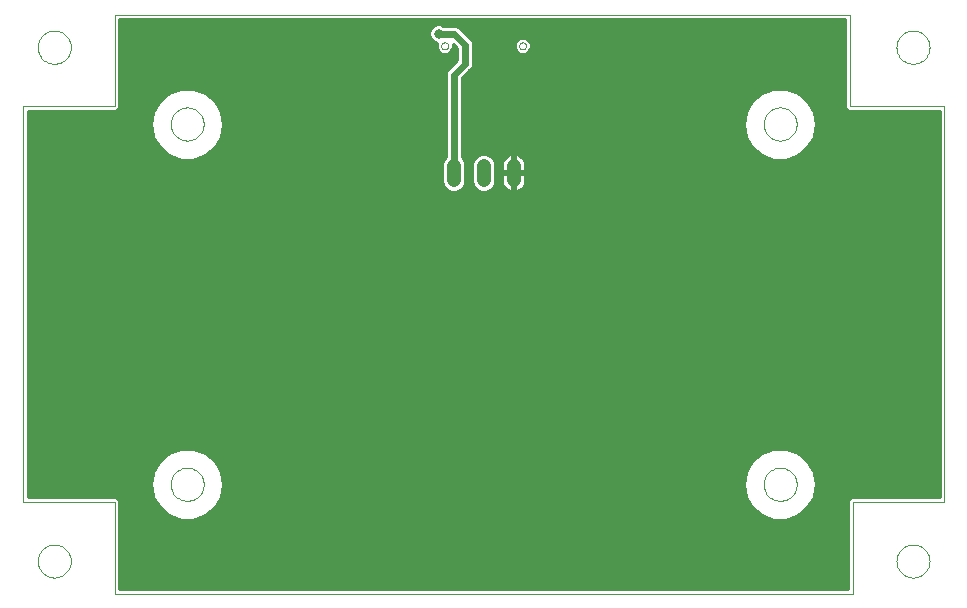
<source format=gtl>
G75*
G70*
%OFA0B0*%
%FSLAX24Y24*%
%IPPOS*%
%LPD*%
%AMOC8*
5,1,8,0,0,1.08239X$1,22.5*
%
%ADD10C,0.0000*%
%ADD11C,0.0480*%
%ADD12C,0.0100*%
%ADD13C,0.0317*%
%ADD14C,0.0240*%
D10*
X000780Y001331D02*
X000782Y001378D01*
X000788Y001424D01*
X000798Y001470D01*
X000811Y001515D01*
X000829Y001558D01*
X000850Y001600D01*
X000874Y001640D01*
X000902Y001677D01*
X000933Y001712D01*
X000967Y001745D01*
X001003Y001774D01*
X001042Y001800D01*
X001083Y001823D01*
X001126Y001842D01*
X001170Y001858D01*
X001215Y001870D01*
X001261Y001878D01*
X001308Y001882D01*
X001354Y001882D01*
X001401Y001878D01*
X001447Y001870D01*
X001492Y001858D01*
X001536Y001842D01*
X001579Y001823D01*
X001620Y001800D01*
X001659Y001774D01*
X001695Y001745D01*
X001729Y001712D01*
X001760Y001677D01*
X001788Y001640D01*
X001812Y001600D01*
X001833Y001558D01*
X001851Y001515D01*
X001864Y001470D01*
X001874Y001424D01*
X001880Y001378D01*
X001882Y001331D01*
X001880Y001284D01*
X001874Y001238D01*
X001864Y001192D01*
X001851Y001147D01*
X001833Y001104D01*
X001812Y001062D01*
X001788Y001022D01*
X001760Y000985D01*
X001729Y000950D01*
X001695Y000917D01*
X001659Y000888D01*
X001620Y000862D01*
X001579Y000839D01*
X001536Y000820D01*
X001492Y000804D01*
X001447Y000792D01*
X001401Y000784D01*
X001354Y000780D01*
X001308Y000780D01*
X001261Y000784D01*
X001215Y000792D01*
X001170Y000804D01*
X001126Y000820D01*
X001083Y000839D01*
X001042Y000862D01*
X001003Y000888D01*
X000967Y000917D01*
X000933Y000950D01*
X000902Y000985D01*
X000874Y001022D01*
X000850Y001062D01*
X000829Y001104D01*
X000811Y001147D01*
X000798Y001192D01*
X000788Y001238D01*
X000782Y001284D01*
X000780Y001331D01*
X003339Y000248D02*
X003339Y003300D01*
X000288Y003300D01*
X000288Y016489D01*
X003339Y016489D01*
X003339Y019540D01*
X027847Y019540D01*
X027847Y016489D01*
X030996Y016489D01*
X030996Y003300D01*
X027945Y003300D01*
X027945Y000248D01*
X003339Y000248D01*
X005209Y003890D02*
X005211Y003937D01*
X005217Y003983D01*
X005227Y004029D01*
X005240Y004074D01*
X005258Y004117D01*
X005279Y004159D01*
X005303Y004199D01*
X005331Y004236D01*
X005362Y004271D01*
X005396Y004304D01*
X005432Y004333D01*
X005471Y004359D01*
X005512Y004382D01*
X005555Y004401D01*
X005599Y004417D01*
X005644Y004429D01*
X005690Y004437D01*
X005737Y004441D01*
X005783Y004441D01*
X005830Y004437D01*
X005876Y004429D01*
X005921Y004417D01*
X005965Y004401D01*
X006008Y004382D01*
X006049Y004359D01*
X006088Y004333D01*
X006124Y004304D01*
X006158Y004271D01*
X006189Y004236D01*
X006217Y004199D01*
X006241Y004159D01*
X006262Y004117D01*
X006280Y004074D01*
X006293Y004029D01*
X006303Y003983D01*
X006309Y003937D01*
X006311Y003890D01*
X006309Y003843D01*
X006303Y003797D01*
X006293Y003751D01*
X006280Y003706D01*
X006262Y003663D01*
X006241Y003621D01*
X006217Y003581D01*
X006189Y003544D01*
X006158Y003509D01*
X006124Y003476D01*
X006088Y003447D01*
X006049Y003421D01*
X006008Y003398D01*
X005965Y003379D01*
X005921Y003363D01*
X005876Y003351D01*
X005830Y003343D01*
X005783Y003339D01*
X005737Y003339D01*
X005690Y003343D01*
X005644Y003351D01*
X005599Y003363D01*
X005555Y003379D01*
X005512Y003398D01*
X005471Y003421D01*
X005432Y003447D01*
X005396Y003476D01*
X005362Y003509D01*
X005331Y003544D01*
X005303Y003581D01*
X005279Y003621D01*
X005258Y003663D01*
X005240Y003706D01*
X005227Y003751D01*
X005217Y003797D01*
X005211Y003843D01*
X005209Y003890D01*
X005209Y015898D02*
X005211Y015945D01*
X005217Y015991D01*
X005227Y016037D01*
X005240Y016082D01*
X005258Y016125D01*
X005279Y016167D01*
X005303Y016207D01*
X005331Y016244D01*
X005362Y016279D01*
X005396Y016312D01*
X005432Y016341D01*
X005471Y016367D01*
X005512Y016390D01*
X005555Y016409D01*
X005599Y016425D01*
X005644Y016437D01*
X005690Y016445D01*
X005737Y016449D01*
X005783Y016449D01*
X005830Y016445D01*
X005876Y016437D01*
X005921Y016425D01*
X005965Y016409D01*
X006008Y016390D01*
X006049Y016367D01*
X006088Y016341D01*
X006124Y016312D01*
X006158Y016279D01*
X006189Y016244D01*
X006217Y016207D01*
X006241Y016167D01*
X006262Y016125D01*
X006280Y016082D01*
X006293Y016037D01*
X006303Y015991D01*
X006309Y015945D01*
X006311Y015898D01*
X006309Y015851D01*
X006303Y015805D01*
X006293Y015759D01*
X006280Y015714D01*
X006262Y015671D01*
X006241Y015629D01*
X006217Y015589D01*
X006189Y015552D01*
X006158Y015517D01*
X006124Y015484D01*
X006088Y015455D01*
X006049Y015429D01*
X006008Y015406D01*
X005965Y015387D01*
X005921Y015371D01*
X005876Y015359D01*
X005830Y015351D01*
X005783Y015347D01*
X005737Y015347D01*
X005690Y015351D01*
X005644Y015359D01*
X005599Y015371D01*
X005555Y015387D01*
X005512Y015406D01*
X005471Y015429D01*
X005432Y015455D01*
X005396Y015484D01*
X005362Y015517D01*
X005331Y015552D01*
X005303Y015589D01*
X005279Y015629D01*
X005258Y015671D01*
X005240Y015714D01*
X005227Y015759D01*
X005217Y015805D01*
X005211Y015851D01*
X005209Y015898D01*
X000780Y018457D02*
X000782Y018504D01*
X000788Y018550D01*
X000798Y018596D01*
X000811Y018641D01*
X000829Y018684D01*
X000850Y018726D01*
X000874Y018766D01*
X000902Y018803D01*
X000933Y018838D01*
X000967Y018871D01*
X001003Y018900D01*
X001042Y018926D01*
X001083Y018949D01*
X001126Y018968D01*
X001170Y018984D01*
X001215Y018996D01*
X001261Y019004D01*
X001308Y019008D01*
X001354Y019008D01*
X001401Y019004D01*
X001447Y018996D01*
X001492Y018984D01*
X001536Y018968D01*
X001579Y018949D01*
X001620Y018926D01*
X001659Y018900D01*
X001695Y018871D01*
X001729Y018838D01*
X001760Y018803D01*
X001788Y018766D01*
X001812Y018726D01*
X001833Y018684D01*
X001851Y018641D01*
X001864Y018596D01*
X001874Y018550D01*
X001880Y018504D01*
X001882Y018457D01*
X001880Y018410D01*
X001874Y018364D01*
X001864Y018318D01*
X001851Y018273D01*
X001833Y018230D01*
X001812Y018188D01*
X001788Y018148D01*
X001760Y018111D01*
X001729Y018076D01*
X001695Y018043D01*
X001659Y018014D01*
X001620Y017988D01*
X001579Y017965D01*
X001536Y017946D01*
X001492Y017930D01*
X001447Y017918D01*
X001401Y017910D01*
X001354Y017906D01*
X001308Y017906D01*
X001261Y017910D01*
X001215Y017918D01*
X001170Y017930D01*
X001126Y017946D01*
X001083Y017965D01*
X001042Y017988D01*
X001003Y018014D01*
X000967Y018043D01*
X000933Y018076D01*
X000902Y018111D01*
X000874Y018148D01*
X000850Y018188D01*
X000829Y018230D01*
X000811Y018273D01*
X000798Y018318D01*
X000788Y018364D01*
X000782Y018410D01*
X000780Y018457D01*
X014225Y018502D02*
X014227Y018523D01*
X014233Y018543D01*
X014242Y018563D01*
X014254Y018580D01*
X014269Y018594D01*
X014287Y018606D01*
X014307Y018614D01*
X014327Y018619D01*
X014348Y018620D01*
X014369Y018617D01*
X014389Y018611D01*
X014408Y018600D01*
X014425Y018587D01*
X014438Y018571D01*
X014449Y018553D01*
X014457Y018533D01*
X014461Y018513D01*
X014461Y018491D01*
X014457Y018471D01*
X014449Y018451D01*
X014438Y018433D01*
X014425Y018417D01*
X014408Y018404D01*
X014389Y018393D01*
X014369Y018387D01*
X014348Y018384D01*
X014327Y018385D01*
X014307Y018390D01*
X014287Y018398D01*
X014269Y018410D01*
X014254Y018424D01*
X014242Y018441D01*
X014233Y018461D01*
X014227Y018481D01*
X014225Y018502D01*
X016823Y018502D02*
X016825Y018523D01*
X016831Y018543D01*
X016840Y018563D01*
X016852Y018580D01*
X016867Y018594D01*
X016885Y018606D01*
X016905Y018614D01*
X016925Y018619D01*
X016946Y018620D01*
X016967Y018617D01*
X016987Y018611D01*
X017006Y018600D01*
X017023Y018587D01*
X017036Y018571D01*
X017047Y018553D01*
X017055Y018533D01*
X017059Y018513D01*
X017059Y018491D01*
X017055Y018471D01*
X017047Y018451D01*
X017036Y018433D01*
X017023Y018417D01*
X017006Y018404D01*
X016987Y018393D01*
X016967Y018387D01*
X016946Y018384D01*
X016925Y018385D01*
X016905Y018390D01*
X016885Y018398D01*
X016867Y018410D01*
X016852Y018424D01*
X016840Y018441D01*
X016831Y018461D01*
X016825Y018481D01*
X016823Y018502D01*
X024973Y015898D02*
X024975Y015945D01*
X024981Y015991D01*
X024991Y016037D01*
X025004Y016082D01*
X025022Y016125D01*
X025043Y016167D01*
X025067Y016207D01*
X025095Y016244D01*
X025126Y016279D01*
X025160Y016312D01*
X025196Y016341D01*
X025235Y016367D01*
X025276Y016390D01*
X025319Y016409D01*
X025363Y016425D01*
X025408Y016437D01*
X025454Y016445D01*
X025501Y016449D01*
X025547Y016449D01*
X025594Y016445D01*
X025640Y016437D01*
X025685Y016425D01*
X025729Y016409D01*
X025772Y016390D01*
X025813Y016367D01*
X025852Y016341D01*
X025888Y016312D01*
X025922Y016279D01*
X025953Y016244D01*
X025981Y016207D01*
X026005Y016167D01*
X026026Y016125D01*
X026044Y016082D01*
X026057Y016037D01*
X026067Y015991D01*
X026073Y015945D01*
X026075Y015898D01*
X026073Y015851D01*
X026067Y015805D01*
X026057Y015759D01*
X026044Y015714D01*
X026026Y015671D01*
X026005Y015629D01*
X025981Y015589D01*
X025953Y015552D01*
X025922Y015517D01*
X025888Y015484D01*
X025852Y015455D01*
X025813Y015429D01*
X025772Y015406D01*
X025729Y015387D01*
X025685Y015371D01*
X025640Y015359D01*
X025594Y015351D01*
X025547Y015347D01*
X025501Y015347D01*
X025454Y015351D01*
X025408Y015359D01*
X025363Y015371D01*
X025319Y015387D01*
X025276Y015406D01*
X025235Y015429D01*
X025196Y015455D01*
X025160Y015484D01*
X025126Y015517D01*
X025095Y015552D01*
X025067Y015589D01*
X025043Y015629D01*
X025022Y015671D01*
X025004Y015714D01*
X024991Y015759D01*
X024981Y015805D01*
X024975Y015851D01*
X024973Y015898D01*
X029402Y018457D02*
X029404Y018504D01*
X029410Y018550D01*
X029420Y018596D01*
X029433Y018641D01*
X029451Y018684D01*
X029472Y018726D01*
X029496Y018766D01*
X029524Y018803D01*
X029555Y018838D01*
X029589Y018871D01*
X029625Y018900D01*
X029664Y018926D01*
X029705Y018949D01*
X029748Y018968D01*
X029792Y018984D01*
X029837Y018996D01*
X029883Y019004D01*
X029930Y019008D01*
X029976Y019008D01*
X030023Y019004D01*
X030069Y018996D01*
X030114Y018984D01*
X030158Y018968D01*
X030201Y018949D01*
X030242Y018926D01*
X030281Y018900D01*
X030317Y018871D01*
X030351Y018838D01*
X030382Y018803D01*
X030410Y018766D01*
X030434Y018726D01*
X030455Y018684D01*
X030473Y018641D01*
X030486Y018596D01*
X030496Y018550D01*
X030502Y018504D01*
X030504Y018457D01*
X030502Y018410D01*
X030496Y018364D01*
X030486Y018318D01*
X030473Y018273D01*
X030455Y018230D01*
X030434Y018188D01*
X030410Y018148D01*
X030382Y018111D01*
X030351Y018076D01*
X030317Y018043D01*
X030281Y018014D01*
X030242Y017988D01*
X030201Y017965D01*
X030158Y017946D01*
X030114Y017930D01*
X030069Y017918D01*
X030023Y017910D01*
X029976Y017906D01*
X029930Y017906D01*
X029883Y017910D01*
X029837Y017918D01*
X029792Y017930D01*
X029748Y017946D01*
X029705Y017965D01*
X029664Y017988D01*
X029625Y018014D01*
X029589Y018043D01*
X029555Y018076D01*
X029524Y018111D01*
X029496Y018148D01*
X029472Y018188D01*
X029451Y018230D01*
X029433Y018273D01*
X029420Y018318D01*
X029410Y018364D01*
X029404Y018410D01*
X029402Y018457D01*
X024973Y003890D02*
X024975Y003937D01*
X024981Y003983D01*
X024991Y004029D01*
X025004Y004074D01*
X025022Y004117D01*
X025043Y004159D01*
X025067Y004199D01*
X025095Y004236D01*
X025126Y004271D01*
X025160Y004304D01*
X025196Y004333D01*
X025235Y004359D01*
X025276Y004382D01*
X025319Y004401D01*
X025363Y004417D01*
X025408Y004429D01*
X025454Y004437D01*
X025501Y004441D01*
X025547Y004441D01*
X025594Y004437D01*
X025640Y004429D01*
X025685Y004417D01*
X025729Y004401D01*
X025772Y004382D01*
X025813Y004359D01*
X025852Y004333D01*
X025888Y004304D01*
X025922Y004271D01*
X025953Y004236D01*
X025981Y004199D01*
X026005Y004159D01*
X026026Y004117D01*
X026044Y004074D01*
X026057Y004029D01*
X026067Y003983D01*
X026073Y003937D01*
X026075Y003890D01*
X026073Y003843D01*
X026067Y003797D01*
X026057Y003751D01*
X026044Y003706D01*
X026026Y003663D01*
X026005Y003621D01*
X025981Y003581D01*
X025953Y003544D01*
X025922Y003509D01*
X025888Y003476D01*
X025852Y003447D01*
X025813Y003421D01*
X025772Y003398D01*
X025729Y003379D01*
X025685Y003363D01*
X025640Y003351D01*
X025594Y003343D01*
X025547Y003339D01*
X025501Y003339D01*
X025454Y003343D01*
X025408Y003351D01*
X025363Y003363D01*
X025319Y003379D01*
X025276Y003398D01*
X025235Y003421D01*
X025196Y003447D01*
X025160Y003476D01*
X025126Y003509D01*
X025095Y003544D01*
X025067Y003581D01*
X025043Y003621D01*
X025022Y003663D01*
X025004Y003706D01*
X024991Y003751D01*
X024981Y003797D01*
X024975Y003843D01*
X024973Y003890D01*
X029402Y001331D02*
X029404Y001378D01*
X029410Y001424D01*
X029420Y001470D01*
X029433Y001515D01*
X029451Y001558D01*
X029472Y001600D01*
X029496Y001640D01*
X029524Y001677D01*
X029555Y001712D01*
X029589Y001745D01*
X029625Y001774D01*
X029664Y001800D01*
X029705Y001823D01*
X029748Y001842D01*
X029792Y001858D01*
X029837Y001870D01*
X029883Y001878D01*
X029930Y001882D01*
X029976Y001882D01*
X030023Y001878D01*
X030069Y001870D01*
X030114Y001858D01*
X030158Y001842D01*
X030201Y001823D01*
X030242Y001800D01*
X030281Y001774D01*
X030317Y001745D01*
X030351Y001712D01*
X030382Y001677D01*
X030410Y001640D01*
X030434Y001600D01*
X030455Y001558D01*
X030473Y001515D01*
X030486Y001470D01*
X030496Y001424D01*
X030502Y001378D01*
X030504Y001331D01*
X030502Y001284D01*
X030496Y001238D01*
X030486Y001192D01*
X030473Y001147D01*
X030455Y001104D01*
X030434Y001062D01*
X030410Y001022D01*
X030382Y000985D01*
X030351Y000950D01*
X030317Y000917D01*
X030281Y000888D01*
X030242Y000862D01*
X030201Y000839D01*
X030158Y000820D01*
X030114Y000804D01*
X030069Y000792D01*
X030023Y000784D01*
X029976Y000780D01*
X029930Y000780D01*
X029883Y000784D01*
X029837Y000792D01*
X029792Y000804D01*
X029748Y000820D01*
X029705Y000839D01*
X029664Y000862D01*
X029625Y000888D01*
X029589Y000917D01*
X029555Y000950D01*
X029524Y000985D01*
X029496Y001022D01*
X029472Y001062D01*
X029451Y001104D01*
X029433Y001147D01*
X029420Y001192D01*
X029410Y001238D01*
X029404Y001284D01*
X029402Y001331D01*
D11*
X016642Y014029D02*
X016642Y014509D01*
X015642Y014509D02*
X015642Y014029D01*
X014642Y014029D02*
X014642Y014509D01*
D12*
X014372Y014791D02*
X014311Y014730D01*
X014252Y014587D01*
X014252Y013952D01*
X014311Y013808D01*
X014421Y013698D01*
X014565Y013639D01*
X014720Y013639D01*
X014863Y013698D01*
X014973Y013808D01*
X015032Y013952D01*
X015032Y014587D01*
X014973Y014730D01*
X014912Y014791D01*
X014912Y017425D01*
X015170Y017683D01*
X015246Y017759D01*
X015287Y017858D01*
X015287Y018591D01*
X015246Y018690D01*
X014871Y019065D01*
X014795Y019141D01*
X014696Y019182D01*
X014296Y019182D01*
X014203Y019220D01*
X014081Y019220D01*
X013967Y019173D01*
X013881Y019087D01*
X013834Y018973D01*
X013834Y018850D01*
X013881Y018737D01*
X013967Y018650D01*
X014081Y018603D01*
X014095Y018603D01*
X014075Y018556D01*
X014075Y018449D01*
X014116Y018350D01*
X014191Y018275D01*
X014290Y018234D01*
X014396Y018234D01*
X014495Y018275D01*
X014570Y018350D01*
X014611Y018449D01*
X014611Y018556D01*
X014607Y018565D01*
X014747Y018425D01*
X014747Y018024D01*
X014413Y017690D01*
X014372Y017591D01*
X014372Y014791D01*
X014372Y014819D02*
X006273Y014819D01*
X006360Y014851D02*
X006360Y014851D01*
X005969Y014708D01*
X005552Y014708D01*
X005160Y014851D01*
X005160Y014851D01*
X004841Y015119D01*
X004841Y015119D01*
X004633Y015480D01*
X004633Y015480D01*
X004560Y015890D01*
X004560Y015890D01*
X004633Y016301D01*
X004633Y016301D01*
X004841Y016662D01*
X004841Y016662D01*
X005160Y016929D01*
X005160Y016929D01*
X005552Y017072D01*
X005969Y017072D01*
X006360Y016929D01*
X006360Y016929D01*
X006679Y016662D01*
X006679Y016662D01*
X006679Y016662D01*
X006888Y016301D01*
X006888Y016301D01*
X006960Y015890D01*
X006960Y015890D01*
X006888Y015480D01*
X006679Y015119D01*
X006679Y015119D01*
X006360Y014851D01*
X006440Y014918D02*
X014372Y014918D01*
X014372Y015016D02*
X006557Y015016D01*
X006674Y015115D02*
X014372Y015115D01*
X014372Y015213D02*
X006734Y015213D01*
X006791Y015312D02*
X014372Y015312D01*
X014372Y015410D02*
X006848Y015410D01*
X006893Y015509D02*
X014372Y015509D01*
X014372Y015607D02*
X006910Y015607D01*
X006928Y015706D02*
X014372Y015706D01*
X014372Y015804D02*
X006945Y015804D01*
X006958Y015903D02*
X014372Y015903D01*
X014372Y016001D02*
X006941Y016001D01*
X006923Y016100D02*
X014372Y016100D01*
X014372Y016198D02*
X006906Y016198D01*
X006889Y016297D02*
X014372Y016297D01*
X014372Y016395D02*
X006833Y016395D01*
X006776Y016494D02*
X014372Y016494D01*
X014372Y016592D02*
X006720Y016592D01*
X006645Y016691D02*
X014372Y016691D01*
X014372Y016789D02*
X006527Y016789D01*
X006410Y016888D02*
X014372Y016888D01*
X014372Y016986D02*
X006204Y016986D01*
X005316Y016986D02*
X003489Y016986D01*
X003489Y016888D02*
X005110Y016888D01*
X004993Y016789D02*
X003489Y016789D01*
X003489Y016691D02*
X004876Y016691D01*
X004801Y016592D02*
X003489Y016592D01*
X003489Y016494D02*
X004744Y016494D01*
X004687Y016395D02*
X003458Y016395D01*
X003489Y016426D02*
X003489Y019390D01*
X027697Y019390D01*
X027697Y016426D01*
X027785Y016339D01*
X027909Y016339D01*
X030846Y016339D01*
X030846Y003450D01*
X027883Y003450D01*
X027795Y003362D01*
X027795Y000398D01*
X003489Y000398D01*
X003489Y003362D01*
X003401Y003450D01*
X000438Y003450D01*
X000438Y016339D01*
X003401Y016339D01*
X003489Y016426D01*
X003489Y017085D02*
X014372Y017085D01*
X014372Y017183D02*
X003489Y017183D01*
X003489Y017282D02*
X014372Y017282D01*
X014372Y017380D02*
X003489Y017380D01*
X003489Y017479D02*
X014372Y017479D01*
X014372Y017577D02*
X003489Y017577D01*
X003489Y017676D02*
X014407Y017676D01*
X014498Y017774D02*
X003489Y017774D01*
X003489Y017873D02*
X014596Y017873D01*
X014695Y017971D02*
X003489Y017971D01*
X003489Y018070D02*
X014747Y018070D01*
X014747Y018168D02*
X003489Y018168D01*
X003489Y018267D02*
X014211Y018267D01*
X014110Y018365D02*
X003489Y018365D01*
X003489Y018464D02*
X014075Y018464D01*
X014077Y018562D02*
X003489Y018562D01*
X003489Y018661D02*
X013957Y018661D01*
X013872Y018759D02*
X003489Y018759D01*
X003489Y018858D02*
X013834Y018858D01*
X013834Y018956D02*
X003489Y018956D01*
X003489Y019055D02*
X013867Y019055D01*
X013947Y019153D02*
X003489Y019153D01*
X003489Y019252D02*
X027697Y019252D01*
X027697Y019350D02*
X003489Y019350D01*
X004632Y016297D02*
X000438Y016297D01*
X000438Y016198D02*
X004615Y016198D01*
X004597Y016100D02*
X000438Y016100D01*
X000438Y016001D02*
X004580Y016001D01*
X004562Y015903D02*
X000438Y015903D01*
X000438Y015804D02*
X004575Y015804D01*
X004593Y015706D02*
X000438Y015706D01*
X000438Y015607D02*
X004610Y015607D01*
X004628Y015509D02*
X000438Y015509D01*
X000438Y015410D02*
X004673Y015410D01*
X004730Y015312D02*
X000438Y015312D01*
X000438Y015213D02*
X004787Y015213D01*
X004841Y015119D02*
X004841Y015119D01*
X004846Y015115D02*
X000438Y015115D01*
X000438Y015016D02*
X004963Y015016D01*
X005081Y014918D02*
X000438Y014918D01*
X000438Y014819D02*
X005248Y014819D01*
X005518Y014721D02*
X000438Y014721D01*
X000438Y014622D02*
X014267Y014622D01*
X014252Y014524D02*
X000438Y014524D01*
X000438Y014425D02*
X014252Y014425D01*
X014252Y014327D02*
X000438Y014327D01*
X000438Y014228D02*
X014252Y014228D01*
X014252Y014130D02*
X000438Y014130D01*
X000438Y014031D02*
X014252Y014031D01*
X014260Y013933D02*
X000438Y013933D01*
X000438Y013834D02*
X014301Y013834D01*
X014384Y013736D02*
X000438Y013736D01*
X000438Y013637D02*
X030846Y013637D01*
X030846Y013539D02*
X000438Y013539D01*
X000438Y013440D02*
X030846Y013440D01*
X030846Y013342D02*
X000438Y013342D01*
X000438Y013243D02*
X030846Y013243D01*
X030846Y013145D02*
X000438Y013145D01*
X000438Y013046D02*
X030846Y013046D01*
X030846Y012948D02*
X000438Y012948D01*
X000438Y012849D02*
X030846Y012849D01*
X030846Y012751D02*
X000438Y012751D01*
X000438Y012652D02*
X030846Y012652D01*
X030846Y012554D02*
X000438Y012554D01*
X000438Y012455D02*
X030846Y012455D01*
X030846Y012357D02*
X000438Y012357D01*
X000438Y012258D02*
X030846Y012258D01*
X030846Y012160D02*
X000438Y012160D01*
X000438Y012061D02*
X030846Y012061D01*
X030846Y011963D02*
X000438Y011963D01*
X000438Y011864D02*
X030846Y011864D01*
X030846Y011766D02*
X000438Y011766D01*
X000438Y011667D02*
X030846Y011667D01*
X030846Y011569D02*
X000438Y011569D01*
X000438Y011470D02*
X030846Y011470D01*
X030846Y011372D02*
X000438Y011372D01*
X000438Y011273D02*
X030846Y011273D01*
X030846Y011175D02*
X000438Y011175D01*
X000438Y011076D02*
X030846Y011076D01*
X030846Y010978D02*
X000438Y010978D01*
X000438Y010879D02*
X030846Y010879D01*
X030846Y010781D02*
X000438Y010781D01*
X000438Y010682D02*
X030846Y010682D01*
X030846Y010584D02*
X000438Y010584D01*
X000438Y010485D02*
X030846Y010485D01*
X030846Y010387D02*
X000438Y010387D01*
X000438Y010288D02*
X030846Y010288D01*
X030846Y010190D02*
X000438Y010190D01*
X000438Y010091D02*
X030846Y010091D01*
X030846Y009993D02*
X000438Y009993D01*
X000438Y009894D02*
X030846Y009894D01*
X030846Y009796D02*
X000438Y009796D01*
X000438Y009697D02*
X030846Y009697D01*
X030846Y009599D02*
X000438Y009599D01*
X000438Y009500D02*
X030846Y009500D01*
X030846Y009402D02*
X000438Y009402D01*
X000438Y009303D02*
X030846Y009303D01*
X030846Y009205D02*
X000438Y009205D01*
X000438Y009106D02*
X030846Y009106D01*
X030846Y009008D02*
X000438Y009008D01*
X000438Y008909D02*
X030846Y008909D01*
X030846Y008811D02*
X000438Y008811D01*
X000438Y008712D02*
X030846Y008712D01*
X030846Y008614D02*
X000438Y008614D01*
X000438Y008515D02*
X030846Y008515D01*
X030846Y008417D02*
X000438Y008417D01*
X000438Y008318D02*
X030846Y008318D01*
X030846Y008220D02*
X000438Y008220D01*
X000438Y008121D02*
X030846Y008121D01*
X030846Y008023D02*
X000438Y008023D01*
X000438Y007924D02*
X030846Y007924D01*
X030846Y007826D02*
X000438Y007826D01*
X000438Y007727D02*
X030846Y007727D01*
X030846Y007629D02*
X000438Y007629D01*
X000438Y007530D02*
X030846Y007530D01*
X030846Y007432D02*
X000438Y007432D01*
X000438Y007333D02*
X030846Y007333D01*
X030846Y007235D02*
X000438Y007235D01*
X000438Y007136D02*
X030846Y007136D01*
X030846Y007038D02*
X000438Y007038D01*
X000438Y006939D02*
X030846Y006939D01*
X030846Y006841D02*
X000438Y006841D01*
X000438Y006742D02*
X030846Y006742D01*
X030846Y006644D02*
X000438Y006644D01*
X000438Y006545D02*
X030846Y006545D01*
X030846Y006447D02*
X000438Y006447D01*
X000438Y006348D02*
X030846Y006348D01*
X030846Y006250D02*
X000438Y006250D01*
X000438Y006151D02*
X030846Y006151D01*
X030846Y006053D02*
X000438Y006053D01*
X000438Y005954D02*
X030846Y005954D01*
X030846Y005856D02*
X000438Y005856D01*
X000438Y005757D02*
X030846Y005757D01*
X030846Y005659D02*
X000438Y005659D01*
X000438Y005560D02*
X030846Y005560D01*
X030846Y005462D02*
X000438Y005462D01*
X000438Y005363D02*
X030846Y005363D01*
X030846Y005265D02*
X000438Y005265D01*
X000438Y005166D02*
X030846Y005166D01*
X030846Y005068D02*
X025731Y005068D01*
X025719Y005072D02*
X025302Y005072D01*
X024910Y004929D01*
X024591Y004662D01*
X024591Y004662D01*
X024383Y004301D01*
X024383Y004301D01*
X024310Y003890D01*
X024383Y003480D01*
X024383Y003480D01*
X024591Y003119D01*
X024591Y003119D01*
X024910Y002851D01*
X024910Y002851D01*
X025302Y002708D01*
X025719Y002708D01*
X026110Y002851D01*
X026110Y002851D01*
X026429Y003119D01*
X026638Y003480D01*
X026710Y003890D01*
X026638Y004301D01*
X026429Y004662D01*
X026110Y004929D01*
X025719Y005072D01*
X026001Y004969D02*
X030846Y004969D01*
X030846Y004871D02*
X026180Y004871D01*
X026110Y004929D02*
X026110Y004929D01*
X026298Y004772D02*
X030846Y004772D01*
X030846Y004674D02*
X026415Y004674D01*
X026429Y004662D02*
X026429Y004662D01*
X026429Y004662D01*
X026479Y004575D02*
X030846Y004575D01*
X030846Y004477D02*
X026536Y004477D01*
X026593Y004378D02*
X030846Y004378D01*
X030846Y004280D02*
X026642Y004280D01*
X026659Y004181D02*
X030846Y004181D01*
X030846Y004083D02*
X026676Y004083D01*
X026694Y003984D02*
X030846Y003984D01*
X030846Y003886D02*
X026709Y003886D01*
X026710Y003890D02*
X026710Y003890D01*
X026692Y003787D02*
X030846Y003787D01*
X030846Y003689D02*
X026675Y003689D01*
X026657Y003590D02*
X030846Y003590D01*
X030846Y003492D02*
X026640Y003492D01*
X026638Y003480D02*
X026638Y003480D01*
X026588Y003393D02*
X027827Y003393D01*
X027795Y003295D02*
X026531Y003295D01*
X026474Y003196D02*
X027795Y003196D01*
X027795Y003098D02*
X026404Y003098D01*
X026429Y003119D02*
X026429Y003119D01*
X026287Y002999D02*
X027795Y002999D01*
X027795Y002901D02*
X026169Y002901D01*
X025976Y002802D02*
X027795Y002802D01*
X027795Y002704D02*
X003489Y002704D01*
X003489Y002802D02*
X005294Y002802D01*
X005160Y002851D02*
X005552Y002708D01*
X005969Y002708D01*
X006360Y002851D01*
X006360Y002851D01*
X006679Y003119D01*
X006888Y003480D01*
X006960Y003890D01*
X006888Y004301D01*
X006679Y004662D01*
X006360Y004929D01*
X005969Y005072D01*
X005552Y005072D01*
X005160Y004929D01*
X004841Y004662D01*
X004841Y004662D01*
X004633Y004301D01*
X004633Y004301D01*
X004560Y003890D01*
X004633Y003480D01*
X004633Y003480D01*
X004841Y003119D01*
X004841Y003119D01*
X005160Y002851D01*
X005160Y002851D01*
X005101Y002901D02*
X003489Y002901D01*
X003489Y002999D02*
X004984Y002999D01*
X004866Y003098D02*
X003489Y003098D01*
X003489Y003196D02*
X004796Y003196D01*
X004841Y003119D02*
X004841Y003119D01*
X004740Y003295D02*
X003489Y003295D01*
X003458Y003393D02*
X004683Y003393D01*
X004631Y003492D02*
X000438Y003492D01*
X000438Y003590D02*
X004613Y003590D01*
X004596Y003689D02*
X000438Y003689D01*
X000438Y003787D02*
X004578Y003787D01*
X004561Y003886D02*
X000438Y003886D01*
X000438Y003984D02*
X004577Y003984D01*
X004560Y003890D02*
X004560Y003890D01*
X004594Y004083D02*
X000438Y004083D01*
X000438Y004181D02*
X004612Y004181D01*
X004629Y004280D02*
X000438Y004280D01*
X000438Y004378D02*
X004677Y004378D01*
X004734Y004477D02*
X000438Y004477D01*
X000438Y004575D02*
X004791Y004575D01*
X004855Y004674D02*
X000438Y004674D01*
X000438Y004772D02*
X004973Y004772D01*
X005090Y004871D02*
X000438Y004871D01*
X000438Y004969D02*
X005269Y004969D01*
X005160Y004929D02*
X005160Y004929D01*
X005540Y005068D02*
X000438Y005068D01*
X003489Y002605D02*
X027795Y002605D01*
X027795Y002507D02*
X003489Y002507D01*
X003489Y002408D02*
X027795Y002408D01*
X027795Y002310D02*
X003489Y002310D01*
X003489Y002211D02*
X027795Y002211D01*
X027795Y002113D02*
X003489Y002113D01*
X003489Y002014D02*
X027795Y002014D01*
X027795Y001916D02*
X003489Y001916D01*
X003489Y001817D02*
X027795Y001817D01*
X027795Y001719D02*
X003489Y001719D01*
X003489Y001620D02*
X027795Y001620D01*
X027795Y001522D02*
X003489Y001522D01*
X003489Y001423D02*
X027795Y001423D01*
X027795Y001325D02*
X003489Y001325D01*
X003489Y001226D02*
X027795Y001226D01*
X027795Y001128D02*
X003489Y001128D01*
X003489Y001029D02*
X027795Y001029D01*
X027795Y000931D02*
X003489Y000931D01*
X003489Y000832D02*
X027795Y000832D01*
X027795Y000734D02*
X003489Y000734D01*
X003489Y000635D02*
X027795Y000635D01*
X027795Y000537D02*
X003489Y000537D01*
X003489Y000438D02*
X027795Y000438D01*
X025044Y002802D02*
X006226Y002802D01*
X006419Y002901D02*
X024851Y002901D01*
X024734Y002999D02*
X006537Y002999D01*
X006654Y003098D02*
X024616Y003098D01*
X024591Y003119D02*
X024591Y003119D01*
X024546Y003196D02*
X006724Y003196D01*
X006679Y003119D02*
X006679Y003119D01*
X006781Y003295D02*
X024490Y003295D01*
X024433Y003393D02*
X006838Y003393D01*
X006888Y003480D02*
X006888Y003480D01*
X006890Y003492D02*
X024381Y003492D01*
X024363Y003590D02*
X006907Y003590D01*
X006925Y003689D02*
X024346Y003689D01*
X024328Y003787D02*
X006942Y003787D01*
X006959Y003886D02*
X024311Y003886D01*
X024310Y003890D02*
X024310Y003890D01*
X024327Y003984D02*
X006944Y003984D01*
X006926Y004083D02*
X024344Y004083D01*
X024362Y004181D02*
X006909Y004181D01*
X006892Y004280D02*
X024379Y004280D01*
X024427Y004378D02*
X006843Y004378D01*
X006888Y004301D02*
X006888Y004301D01*
X006786Y004477D02*
X024484Y004477D01*
X024541Y004575D02*
X006729Y004575D01*
X006679Y004662D02*
X006679Y004662D01*
X006679Y004662D01*
X006665Y004674D02*
X024605Y004674D01*
X024723Y004772D02*
X006548Y004772D01*
X006430Y004871D02*
X024840Y004871D01*
X024910Y004929D02*
X024910Y004929D01*
X025019Y004969D02*
X006251Y004969D01*
X006360Y004929D02*
X006360Y004929D01*
X005981Y005068D02*
X025290Y005068D01*
X016756Y013654D02*
X016692Y013641D01*
X016692Y014219D01*
X016592Y014219D01*
X016252Y014219D01*
X016252Y013991D01*
X016267Y013915D01*
X016297Y013844D01*
X016339Y013780D01*
X016394Y013726D01*
X016457Y013683D01*
X016528Y013654D01*
X016592Y013641D01*
X016592Y014219D01*
X016592Y014319D01*
X016252Y014319D01*
X016252Y014548D01*
X016267Y014623D01*
X016297Y014694D01*
X016339Y014758D01*
X016394Y014812D01*
X016457Y014855D01*
X016528Y014884D01*
X016592Y014897D01*
X016592Y014319D01*
X016692Y014319D01*
X016692Y014897D01*
X016756Y014884D01*
X016827Y014855D01*
X016891Y014812D01*
X016945Y014758D01*
X016988Y014694D01*
X017017Y014623D01*
X017032Y014548D01*
X017032Y014319D01*
X016692Y014319D01*
X016692Y014219D01*
X017032Y014219D01*
X017032Y013991D01*
X017017Y013915D01*
X016988Y013844D01*
X016945Y013780D01*
X016891Y013726D01*
X016827Y013683D01*
X016756Y013654D01*
X016692Y013736D02*
X016592Y013736D01*
X016592Y013834D02*
X016692Y013834D01*
X016692Y013933D02*
X016592Y013933D01*
X016592Y014031D02*
X016692Y014031D01*
X016692Y014130D02*
X016592Y014130D01*
X016592Y014228D02*
X016032Y014228D01*
X016032Y014130D02*
X016252Y014130D01*
X016252Y014031D02*
X016032Y014031D01*
X016032Y013952D02*
X016032Y014587D01*
X015973Y014730D01*
X015863Y014840D01*
X015720Y014899D01*
X015565Y014899D01*
X015421Y014840D01*
X015311Y014730D01*
X015252Y014587D01*
X015252Y013952D01*
X015311Y013808D01*
X015421Y013698D01*
X015565Y013639D01*
X015720Y013639D01*
X015863Y013698D01*
X015973Y013808D01*
X016032Y013952D01*
X016024Y013933D02*
X016264Y013933D01*
X016303Y013834D02*
X015983Y013834D01*
X015900Y013736D02*
X016384Y013736D01*
X016900Y013736D02*
X030846Y013736D01*
X030846Y013834D02*
X016981Y013834D01*
X017021Y013933D02*
X030846Y013933D01*
X030846Y014031D02*
X017032Y014031D01*
X017032Y014130D02*
X030846Y014130D01*
X030846Y014228D02*
X016692Y014228D01*
X016692Y014327D02*
X016592Y014327D01*
X016592Y014425D02*
X016692Y014425D01*
X016692Y014524D02*
X016592Y014524D01*
X016592Y014622D02*
X016692Y014622D01*
X016692Y014721D02*
X016592Y014721D01*
X016592Y014819D02*
X016692Y014819D01*
X016880Y014819D02*
X024998Y014819D01*
X024910Y014851D02*
X025302Y014708D01*
X025719Y014708D01*
X026110Y014851D01*
X026110Y014851D01*
X026429Y015119D01*
X026638Y015480D01*
X026710Y015890D01*
X026710Y015890D01*
X026638Y016301D01*
X026429Y016662D01*
X026110Y016929D01*
X025719Y017072D01*
X025302Y017072D01*
X024910Y016929D01*
X024591Y016662D01*
X024591Y016662D01*
X024383Y016301D01*
X024383Y016301D01*
X024310Y015890D01*
X024383Y015480D01*
X024383Y015480D01*
X024591Y015119D01*
X024591Y015119D01*
X024910Y014851D01*
X024910Y014851D01*
X024831Y014918D02*
X014912Y014918D01*
X014912Y015016D02*
X024713Y015016D01*
X024596Y015115D02*
X014912Y015115D01*
X014912Y015213D02*
X024537Y015213D01*
X024591Y015119D02*
X024591Y015119D01*
X024480Y015312D02*
X014912Y015312D01*
X014912Y015410D02*
X024423Y015410D01*
X024378Y015509D02*
X014912Y015509D01*
X014912Y015607D02*
X024360Y015607D01*
X024343Y015706D02*
X014912Y015706D01*
X014912Y015804D02*
X024325Y015804D01*
X024310Y015890D02*
X024310Y015890D01*
X024312Y015903D02*
X014912Y015903D01*
X014912Y016001D02*
X024330Y016001D01*
X024347Y016100D02*
X014912Y016100D01*
X014912Y016198D02*
X024365Y016198D01*
X024382Y016297D02*
X014912Y016297D01*
X014912Y016395D02*
X024437Y016395D01*
X024494Y016494D02*
X014912Y016494D01*
X014912Y016592D02*
X024551Y016592D01*
X024626Y016691D02*
X014912Y016691D01*
X014912Y016789D02*
X024743Y016789D01*
X024860Y016888D02*
X014912Y016888D01*
X014912Y016986D02*
X025066Y016986D01*
X024910Y016929D02*
X024910Y016929D01*
X025954Y016986D02*
X027697Y016986D01*
X027697Y016888D02*
X026160Y016888D01*
X026110Y016929D02*
X026110Y016929D01*
X026277Y016789D02*
X027697Y016789D01*
X027697Y016691D02*
X026395Y016691D01*
X026429Y016662D02*
X026429Y016662D01*
X026429Y016662D01*
X026470Y016592D02*
X027697Y016592D01*
X027697Y016494D02*
X026526Y016494D01*
X026583Y016395D02*
X027728Y016395D01*
X026656Y016198D02*
X030846Y016198D01*
X030846Y016100D02*
X026673Y016100D01*
X026691Y016001D02*
X030846Y016001D01*
X030846Y015903D02*
X026708Y015903D01*
X026695Y015804D02*
X030846Y015804D01*
X030846Y015706D02*
X026678Y015706D01*
X026660Y015607D02*
X030846Y015607D01*
X030846Y015509D02*
X026643Y015509D01*
X026598Y015410D02*
X030846Y015410D01*
X030846Y015312D02*
X026541Y015312D01*
X026484Y015213D02*
X030846Y015213D01*
X030846Y015115D02*
X026424Y015115D01*
X026429Y015119D02*
X026429Y015119D01*
X026307Y015016D02*
X030846Y015016D01*
X030846Y014918D02*
X026190Y014918D01*
X026023Y014819D02*
X030846Y014819D01*
X030846Y014721D02*
X025752Y014721D01*
X025268Y014721D02*
X016970Y014721D01*
X017017Y014622D02*
X030846Y014622D01*
X030846Y014524D02*
X017032Y014524D01*
X017032Y014425D02*
X030846Y014425D01*
X030846Y014327D02*
X017032Y014327D01*
X016404Y014819D02*
X015884Y014819D01*
X015977Y014721D02*
X016314Y014721D01*
X016267Y014622D02*
X016017Y014622D01*
X016032Y014524D02*
X016252Y014524D01*
X016252Y014425D02*
X016032Y014425D01*
X016032Y014327D02*
X016252Y014327D01*
X015401Y014819D02*
X014912Y014819D01*
X014977Y014721D02*
X015308Y014721D01*
X015267Y014622D02*
X015017Y014622D01*
X015032Y014524D02*
X015252Y014524D01*
X015252Y014425D02*
X015032Y014425D01*
X015032Y014327D02*
X015252Y014327D01*
X015252Y014228D02*
X015032Y014228D01*
X015032Y014130D02*
X015252Y014130D01*
X015252Y014031D02*
X015032Y014031D01*
X015024Y013933D02*
X015260Y013933D01*
X015301Y013834D02*
X014983Y013834D01*
X014900Y013736D02*
X015384Y013736D01*
X014308Y014721D02*
X006002Y014721D01*
X014474Y018267D02*
X014747Y018267D01*
X014747Y018365D02*
X014576Y018365D01*
X014611Y018464D02*
X014708Y018464D01*
X014610Y018562D02*
X014608Y018562D01*
X014980Y018956D02*
X027697Y018956D01*
X027697Y018858D02*
X015078Y018858D01*
X015177Y018759D02*
X016861Y018759D01*
X016888Y018770D02*
X016789Y018730D01*
X016714Y018654D01*
X016673Y018556D01*
X016673Y018449D01*
X016714Y018350D01*
X016789Y018275D01*
X016888Y018234D01*
X016995Y018234D01*
X017093Y018275D01*
X017169Y018350D01*
X017209Y018449D01*
X017209Y018556D01*
X017169Y018654D01*
X017093Y018730D01*
X016995Y018770D01*
X016888Y018770D01*
X017022Y018759D02*
X027697Y018759D01*
X027697Y018661D02*
X017162Y018661D01*
X017207Y018562D02*
X027697Y018562D01*
X027697Y018464D02*
X017209Y018464D01*
X017175Y018365D02*
X027697Y018365D01*
X027697Y018267D02*
X017073Y018267D01*
X016810Y018267D02*
X015287Y018267D01*
X015287Y018365D02*
X016708Y018365D01*
X016673Y018464D02*
X015287Y018464D01*
X015287Y018562D02*
X016676Y018562D01*
X016720Y018661D02*
X015258Y018661D01*
X014881Y019055D02*
X027697Y019055D01*
X027697Y019153D02*
X014765Y019153D01*
X015287Y018168D02*
X027697Y018168D01*
X027697Y018070D02*
X015287Y018070D01*
X015287Y017971D02*
X027697Y017971D01*
X027697Y017873D02*
X015287Y017873D01*
X015252Y017774D02*
X027697Y017774D01*
X027697Y017676D02*
X015163Y017676D01*
X015064Y017577D02*
X027697Y017577D01*
X027697Y017479D02*
X014966Y017479D01*
X014912Y017380D02*
X027697Y017380D01*
X027697Y017282D02*
X014912Y017282D01*
X014912Y017183D02*
X027697Y017183D01*
X027697Y017085D02*
X014912Y017085D01*
X026638Y016301D02*
X026638Y016301D01*
X026639Y016297D02*
X030846Y016297D01*
D13*
X029642Y015894D03*
X027642Y015894D03*
X027642Y013894D03*
X029642Y013894D03*
X029642Y011894D03*
X027642Y011894D03*
X025642Y011894D03*
X023642Y011894D03*
X021642Y011894D03*
X019642Y011894D03*
X017642Y011894D03*
X015642Y011894D03*
X015767Y012894D03*
X016017Y013269D03*
X016142Y013644D03*
X015267Y012894D03*
X014767Y012894D03*
X014267Y013019D03*
X014267Y013519D03*
X014142Y014019D03*
X013642Y013894D03*
X014142Y014519D03*
X014142Y015019D03*
X014142Y015519D03*
X014142Y016019D03*
X013642Y015894D03*
X014142Y016519D03*
X014267Y017019D03*
X013892Y017287D03*
X013642Y017644D03*
X013642Y018144D03*
X013892Y018519D03*
X013642Y018894D03*
X013892Y019269D03*
X014142Y018912D03*
X014392Y019269D03*
X014892Y019269D03*
X015392Y019269D03*
X015892Y019269D03*
X016392Y019269D03*
X016892Y018912D03*
X017392Y018644D03*
X017642Y018144D03*
X017642Y017644D03*
X017392Y017269D03*
X016892Y017287D03*
X016892Y016769D03*
X016517Y016519D03*
X016017Y016519D03*
X016017Y016019D03*
X016017Y015519D03*
X016017Y015019D03*
X015267Y015019D03*
X015267Y015519D03*
X015267Y016019D03*
X015142Y016519D03*
X017642Y015894D03*
X019642Y015894D03*
X021642Y015894D03*
X023642Y015894D03*
X023642Y013894D03*
X021642Y013894D03*
X019642Y013894D03*
X017642Y013894D03*
X013642Y011894D03*
X011642Y011894D03*
X009642Y011894D03*
X007642Y011894D03*
X005642Y011894D03*
X003642Y011894D03*
X001642Y011894D03*
X001642Y009894D03*
X003642Y009894D03*
X005642Y009894D03*
X007642Y009894D03*
X009642Y009894D03*
X011642Y009894D03*
X013642Y009894D03*
X015642Y009894D03*
X017642Y009894D03*
X019642Y009894D03*
X021642Y009894D03*
X023642Y009894D03*
X025642Y009894D03*
X027642Y009894D03*
X029642Y009894D03*
X029642Y007894D03*
X027642Y007894D03*
X025642Y007894D03*
X023642Y007894D03*
X021642Y007894D03*
X019642Y007894D03*
X017642Y007894D03*
X015642Y007894D03*
X013642Y007894D03*
X011642Y007894D03*
X009642Y007894D03*
X007642Y007894D03*
X005642Y007894D03*
X003642Y007894D03*
X001642Y007894D03*
X001642Y005894D03*
X003642Y005894D03*
X005642Y005894D03*
X007642Y005894D03*
X009642Y005894D03*
X011642Y005894D03*
X013642Y005894D03*
X015642Y005894D03*
X017642Y005894D03*
X019642Y005894D03*
X021642Y005894D03*
X023642Y005894D03*
X025642Y005894D03*
X027642Y005894D03*
X029642Y005894D03*
X029642Y003894D03*
X027642Y003894D03*
X027642Y001894D03*
X025642Y001894D03*
X023642Y001894D03*
X021642Y001894D03*
X019642Y001894D03*
X017642Y001894D03*
X015642Y001894D03*
X013642Y001894D03*
X011642Y001894D03*
X009642Y001894D03*
X007642Y001894D03*
X005642Y001894D03*
X003642Y001894D03*
X003642Y003894D03*
X001642Y003894D03*
X007642Y003894D03*
X009642Y003894D03*
X011642Y003894D03*
X013642Y003894D03*
X015642Y003894D03*
X017642Y003894D03*
X019642Y003894D03*
X021642Y003894D03*
X023642Y003894D03*
X025642Y013894D03*
X025642Y017894D03*
X023642Y017894D03*
X021642Y017894D03*
X019642Y017894D03*
X011642Y017894D03*
X009642Y017894D03*
X007642Y017894D03*
X005642Y017894D03*
X003642Y015894D03*
X001642Y015894D03*
X001642Y013894D03*
X003642Y013894D03*
X005642Y013894D03*
X007642Y013894D03*
X009642Y013894D03*
X011642Y013894D03*
X011642Y015894D03*
X009642Y015894D03*
X007642Y015894D03*
D14*
X014142Y018912D02*
X014642Y018912D01*
X015017Y018537D01*
X015017Y017912D01*
X014642Y017537D01*
X014642Y014269D01*
M02*

</source>
